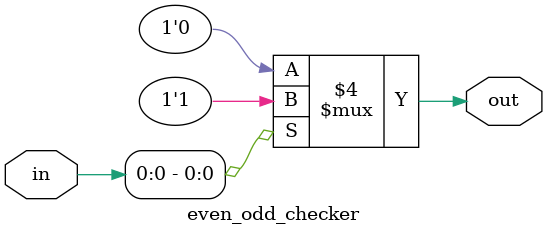
<source format=v>
module even_odd_checker(input [3:0]in, output reg out);
always @(*)begin
	if(in[0]==0)
		out=0;
	else
		out=1;
end
endmodule

</source>
